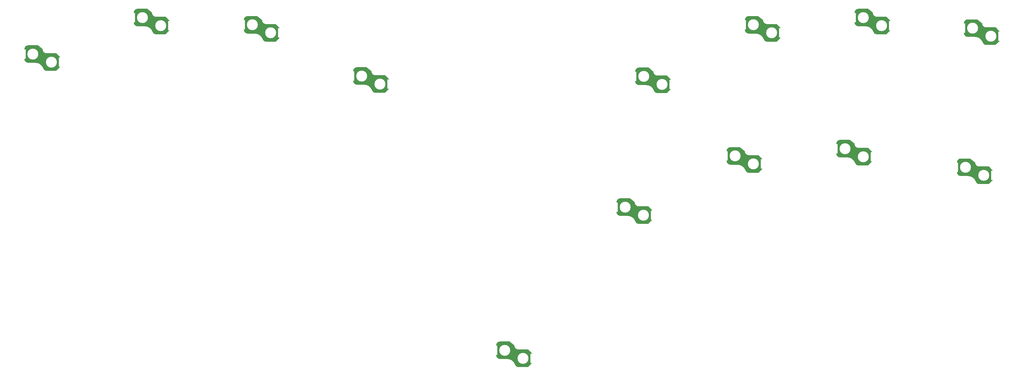
<source format=gbo>
G04 #@! TF.GenerationSoftware,KiCad,Pcbnew,7.0.5*
G04 #@! TF.CreationDate,2023-09-08T18:01:39-04:00*
G04 #@! TF.ProjectId,Rory Hitbox Full Pcb,526f7279-2048-4697-9462-6f782046756c,rev?*
G04 #@! TF.SameCoordinates,Original*
G04 #@! TF.FileFunction,Legend,Bot*
G04 #@! TF.FilePolarity,Positive*
%FSLAX46Y46*%
G04 Gerber Fmt 4.6, Leading zero omitted, Abs format (unit mm)*
G04 Created by KiCad (PCBNEW 7.0.5) date 2023-09-08 18:01:39*
%MOMM*%
%LPD*%
G01*
G04 APERTURE LIST*
%ADD10C,0.150000*%
%ADD11C,0.120000*%
%ADD12C,2.500000*%
%ADD13R,2.000000X2.000000*%
%ADD14C,2.000000*%
%ADD15C,1.700000*%
%ADD16R,1.700000X1.700000*%
%ADD17C,3.000000*%
%ADD18O,2.200000X1.500000*%
%ADD19R,2.600000X2.600000*%
%ADD20C,6.400000*%
%ADD21C,1.400000*%
%ADD22O,1.400000X1.400000*%
%ADD23C,0.650000*%
%ADD24O,1.000000X2.100000*%
%ADD25O,1.000000X1.600000*%
%ADD26C,1.700022*%
%ADD27C,1.499997*%
%ADD28R,1.499997X1.499997*%
G04 APERTURE END LIST*
D10*
X603850000Y-75100000D02*
X603850000Y-71500000D01*
X604000000Y-75300000D02*
X604000000Y-71300000D01*
X604150000Y-75400000D02*
X604150000Y-71200000D01*
X604300000Y-75500000D02*
X604300000Y-71100000D01*
X604450000Y-75550000D02*
X604450000Y-71050000D01*
X604600000Y-75600000D02*
X604600000Y-71050000D01*
X604750000Y-75600000D02*
X604750000Y-71000000D01*
X604900000Y-75600000D02*
X604900000Y-71000000D01*
X605050000Y-75600000D02*
X605050000Y-71000000D01*
X605200000Y-75600000D02*
X605200000Y-71000000D01*
X605350000Y-75600000D02*
X605350000Y-71000000D01*
X605500000Y-75600000D02*
X605500000Y-71000000D01*
X605650000Y-75600000D02*
X605650000Y-71000000D01*
X605800000Y-75600000D02*
X605800000Y-71000000D01*
X605950000Y-75600000D02*
X605950000Y-71000000D01*
X606100000Y-75600000D02*
X606100000Y-71000000D01*
X606250000Y-75600000D02*
X606250000Y-71000000D01*
D11*
X606350000Y-75500000D02*
X606350000Y-71000000D01*
D10*
X606400000Y-75600000D02*
X606400000Y-71000000D01*
X606550000Y-75600000D02*
X606550000Y-71000000D01*
X606700000Y-75600000D02*
X606700000Y-71000000D01*
X606700000Y-75625000D02*
X604725000Y-75625000D01*
X606850000Y-75600000D02*
X606850000Y-71050000D01*
X607000000Y-75650000D02*
X607000000Y-71000000D01*
X607150000Y-75650000D02*
X607150000Y-71000000D01*
X607275000Y-70975000D02*
X604725000Y-70975000D01*
X607275000Y-70975000D02*
X608550000Y-72000000D01*
X607300000Y-75650000D02*
X607300000Y-71050000D01*
X607450000Y-75700000D02*
X607450000Y-71150000D01*
X607600000Y-75800000D02*
X607600000Y-71250000D01*
X607750000Y-75850000D02*
X607750000Y-71400000D01*
X607900000Y-75950000D02*
X607900000Y-71500000D01*
X608050000Y-76050000D02*
X608050000Y-71650000D01*
X608200000Y-76150000D02*
X608200000Y-71750000D01*
X608350000Y-76300000D02*
X608350000Y-71850000D01*
X608500000Y-76450000D02*
X608500000Y-72000000D01*
X608600000Y-76650000D02*
X608600000Y-72500000D01*
X608700000Y-76800000D02*
X608700000Y-72650000D01*
X608800000Y-77000000D02*
X608800000Y-72850000D01*
X608900000Y-77150000D02*
X608900000Y-72950000D01*
X609000000Y-77400000D02*
X609000000Y-73000000D01*
X609100000Y-77550000D02*
X609100000Y-73050000D01*
D11*
X609200000Y-73200000D02*
X606350000Y-75500000D01*
X609200000Y-77550000D02*
X609200000Y-73200000D01*
D10*
X609250000Y-77650000D02*
X609250000Y-73100000D01*
X609400000Y-77750000D02*
X609400000Y-73200000D01*
X609550000Y-77800000D02*
X609550000Y-73200000D01*
X609700000Y-77800000D02*
X609700000Y-73200000D01*
X609850000Y-77800000D02*
X609850000Y-73250000D01*
X610000000Y-77800000D02*
X610000000Y-73200000D01*
X610150000Y-77800000D02*
X610150000Y-73200000D01*
X610300000Y-77800000D02*
X610300000Y-73200000D01*
X610450000Y-77800000D02*
X610450000Y-73200000D01*
X610600000Y-77800000D02*
X610600000Y-73200000D01*
X610750000Y-77800000D02*
X610750000Y-73200000D01*
X610900000Y-77800000D02*
X610900000Y-73200000D01*
X611050000Y-77800000D02*
X611050000Y-73200000D01*
X611200000Y-77800000D02*
X611200000Y-73200000D01*
X611350000Y-77800000D02*
X611350000Y-73200000D01*
X611500000Y-77800000D02*
X611500000Y-73200000D01*
X611650000Y-77800000D02*
X611650000Y-73200000D01*
X611800000Y-77800000D02*
X611800000Y-73200000D01*
D11*
X611900000Y-73250000D02*
X609200000Y-77550000D01*
X611900000Y-77700000D02*
X611900000Y-73250000D01*
D10*
X611950000Y-77800000D02*
X611950000Y-73200000D01*
X612100000Y-77800000D02*
X612100000Y-73200000D01*
X612250000Y-77800000D02*
X612250000Y-73200000D01*
X612300000Y-73175000D02*
X609725000Y-73175000D01*
X612300000Y-73175000D02*
X613325000Y-74200000D01*
X612300000Y-77825000D02*
X609700000Y-77825000D01*
X612300000Y-77825000D02*
X613325000Y-76800000D01*
X612400000Y-77700000D02*
X612400000Y-73300000D01*
X612550000Y-77550000D02*
X612550000Y-73450000D01*
X612700000Y-77400000D02*
X612700000Y-73600000D01*
X612850000Y-77250000D02*
X612850000Y-73750000D01*
X612950000Y-77150000D02*
X612950000Y-73850000D01*
X613050000Y-77050000D02*
X613050000Y-73950000D01*
X613150000Y-76950000D02*
X613150000Y-74050000D01*
X613300000Y-74175000D02*
X613300000Y-76825000D01*
X604725000Y-70975000D02*
G75*
G03*
X603725000Y-71975000I-1J-999999D01*
G01*
X603725000Y-74625000D02*
G75*
G03*
X604725000Y-75625000I999999J-1D01*
G01*
X608837801Y-77121904D02*
G75*
G03*
X606700000Y-75625000I-2137802J-778098D01*
G01*
X608837802Y-77121904D02*
G75*
G03*
X609699005Y-77823790I899999J225000D01*
G01*
X608550000Y-72000000D02*
G75*
G03*
X609725000Y-73175000I1175002J2D01*
G01*
X406950000Y-74200000D02*
X406950000Y-70600000D01*
X407100000Y-74400000D02*
X407100000Y-70400000D01*
X407250000Y-74500000D02*
X407250000Y-70300000D01*
X407400000Y-74600000D02*
X407400000Y-70200000D01*
X407550000Y-74650000D02*
X407550000Y-70150000D01*
X407700000Y-74700000D02*
X407700000Y-70150000D01*
X407850000Y-74700000D02*
X407850000Y-70100000D01*
X408000000Y-74700000D02*
X408000000Y-70100000D01*
X408150000Y-74700000D02*
X408150000Y-70100000D01*
X408300000Y-74700000D02*
X408300000Y-70100000D01*
X408450000Y-74700000D02*
X408450000Y-70100000D01*
X408600000Y-74700000D02*
X408600000Y-70100000D01*
X408750000Y-74700000D02*
X408750000Y-70100000D01*
X408900000Y-74700000D02*
X408900000Y-70100000D01*
X409050000Y-74700000D02*
X409050000Y-70100000D01*
X409200000Y-74700000D02*
X409200000Y-70100000D01*
X409350000Y-74700000D02*
X409350000Y-70100000D01*
D11*
X409450000Y-74600000D02*
X409450000Y-70100000D01*
D10*
X409500000Y-74700000D02*
X409500000Y-70100000D01*
X409650000Y-74700000D02*
X409650000Y-70100000D01*
X409800000Y-74700000D02*
X409800000Y-70100000D01*
X409800000Y-74725000D02*
X407825000Y-74725000D01*
X409950000Y-74700000D02*
X409950000Y-70150000D01*
X410100000Y-74750000D02*
X410100000Y-70100000D01*
X410250000Y-74750000D02*
X410250000Y-70100000D01*
X410375000Y-70075000D02*
X407825000Y-70075000D01*
X410375000Y-70075000D02*
X411650000Y-71100000D01*
X410400000Y-74750000D02*
X410400000Y-70150000D01*
X410550000Y-74800000D02*
X410550000Y-70250000D01*
X410700000Y-74900000D02*
X410700000Y-70350000D01*
X410850000Y-74950000D02*
X410850000Y-70500000D01*
X411000000Y-75050000D02*
X411000000Y-70600000D01*
X411150000Y-75150000D02*
X411150000Y-70750000D01*
X411300000Y-75250000D02*
X411300000Y-70850000D01*
X411450000Y-75400000D02*
X411450000Y-70950000D01*
X411600000Y-75550000D02*
X411600000Y-71100000D01*
X411700000Y-75750000D02*
X411700000Y-71600000D01*
X411800000Y-75900000D02*
X411800000Y-71750000D01*
X411900000Y-76100000D02*
X411900000Y-71950000D01*
X412000000Y-76250000D02*
X412000000Y-72050000D01*
X412100000Y-76500000D02*
X412100000Y-72100000D01*
X412200000Y-76650000D02*
X412200000Y-72150000D01*
D11*
X412300000Y-72300000D02*
X409450000Y-74600000D01*
X412300000Y-76650000D02*
X412300000Y-72300000D01*
D10*
X412350000Y-76750000D02*
X412350000Y-72200000D01*
X412500000Y-76850000D02*
X412500000Y-72300000D01*
X412650000Y-76900000D02*
X412650000Y-72300000D01*
X412800000Y-76900000D02*
X412800000Y-72300000D01*
X412950000Y-76900000D02*
X412950000Y-72350000D01*
X413100000Y-76900000D02*
X413100000Y-72300000D01*
X413250000Y-76900000D02*
X413250000Y-72300000D01*
X413400000Y-76900000D02*
X413400000Y-72300000D01*
X413550000Y-76900000D02*
X413550000Y-72300000D01*
X413700000Y-76900000D02*
X413700000Y-72300000D01*
X413850000Y-76900000D02*
X413850000Y-72300000D01*
X414000000Y-76900000D02*
X414000000Y-72300000D01*
X414150000Y-76900000D02*
X414150000Y-72300000D01*
X414300000Y-76900000D02*
X414300000Y-72300000D01*
X414450000Y-76900000D02*
X414450000Y-72300000D01*
X414600000Y-76900000D02*
X414600000Y-72300000D01*
X414750000Y-76900000D02*
X414750000Y-72300000D01*
X414900000Y-76900000D02*
X414900000Y-72300000D01*
D11*
X415000000Y-72350000D02*
X412300000Y-76650000D01*
X415000000Y-76800000D02*
X415000000Y-72350000D01*
D10*
X415050000Y-76900000D02*
X415050000Y-72300000D01*
X415200000Y-76900000D02*
X415200000Y-72300000D01*
X415350000Y-76900000D02*
X415350000Y-72300000D01*
X415400000Y-72275000D02*
X412825000Y-72275000D01*
X415400000Y-72275000D02*
X416425000Y-73300000D01*
X415400000Y-76925000D02*
X412800000Y-76925000D01*
X415400000Y-76925000D02*
X416425000Y-75900000D01*
X415500000Y-76800000D02*
X415500000Y-72400000D01*
X415650000Y-76650000D02*
X415650000Y-72550000D01*
X415800000Y-76500000D02*
X415800000Y-72700000D01*
X415950000Y-76350000D02*
X415950000Y-72850000D01*
X416050000Y-76250000D02*
X416050000Y-72950000D01*
X416150000Y-76150000D02*
X416150000Y-73050000D01*
X416250000Y-76050000D02*
X416250000Y-73150000D01*
X416400000Y-73275000D02*
X416400000Y-75925000D01*
X407825000Y-70075000D02*
G75*
G03*
X406825000Y-71075000I-1J-999999D01*
G01*
X406825000Y-73725000D02*
G75*
G03*
X407825000Y-74725000I999999J-1D01*
G01*
X411937801Y-76221904D02*
G75*
G03*
X409800000Y-74725000I-2137802J-778098D01*
G01*
X411937802Y-76221904D02*
G75*
G03*
X412799005Y-76923790I899999J225000D01*
G01*
X411650000Y-71100000D02*
G75*
G03*
X412825000Y-72275000I1175002J2D01*
G01*
X508850000Y-124100000D02*
X508850000Y-120500000D01*
X509000000Y-124300000D02*
X509000000Y-120300000D01*
X509150000Y-124400000D02*
X509150000Y-120200000D01*
X509300000Y-124500000D02*
X509300000Y-120100000D01*
X509450000Y-124550000D02*
X509450000Y-120050000D01*
X509600000Y-124600000D02*
X509600000Y-120050000D01*
X509750000Y-124600000D02*
X509750000Y-120000000D01*
X509900000Y-124600000D02*
X509900000Y-120000000D01*
X510050000Y-124600000D02*
X510050000Y-120000000D01*
X510200000Y-124600000D02*
X510200000Y-120000000D01*
X510350000Y-124600000D02*
X510350000Y-120000000D01*
X510500000Y-124600000D02*
X510500000Y-120000000D01*
X510650000Y-124600000D02*
X510650000Y-120000000D01*
X510800000Y-124600000D02*
X510800000Y-120000000D01*
X510950000Y-124600000D02*
X510950000Y-120000000D01*
X511100000Y-124600000D02*
X511100000Y-120000000D01*
X511250000Y-124600000D02*
X511250000Y-120000000D01*
D11*
X511350000Y-124500000D02*
X511350000Y-120000000D01*
D10*
X511400000Y-124600000D02*
X511400000Y-120000000D01*
X511550000Y-124600000D02*
X511550000Y-120000000D01*
X511700000Y-124600000D02*
X511700000Y-120000000D01*
X511700000Y-124625000D02*
X509725000Y-124625000D01*
X511850000Y-124600000D02*
X511850000Y-120050000D01*
X512000000Y-124650000D02*
X512000000Y-120000000D01*
X512150000Y-124650000D02*
X512150000Y-120000000D01*
X512275000Y-119975000D02*
X509725000Y-119975000D01*
X512275000Y-119975000D02*
X513550000Y-121000000D01*
X512300000Y-124650000D02*
X512300000Y-120050000D01*
X512450000Y-124700000D02*
X512450000Y-120150000D01*
X512600000Y-124800000D02*
X512600000Y-120250000D01*
X512750000Y-124850000D02*
X512750000Y-120400000D01*
X512900000Y-124950000D02*
X512900000Y-120500000D01*
X513050000Y-125050000D02*
X513050000Y-120650000D01*
X513200000Y-125150000D02*
X513200000Y-120750000D01*
X513350000Y-125300000D02*
X513350000Y-120850000D01*
X513500000Y-125450000D02*
X513500000Y-121000000D01*
X513600000Y-125650000D02*
X513600000Y-121500000D01*
X513700000Y-125800000D02*
X513700000Y-121650000D01*
X513800000Y-126000000D02*
X513800000Y-121850000D01*
X513900000Y-126150000D02*
X513900000Y-121950000D01*
X514000000Y-126400000D02*
X514000000Y-122000000D01*
X514100000Y-126550000D02*
X514100000Y-122050000D01*
D11*
X514200000Y-122200000D02*
X511350000Y-124500000D01*
X514200000Y-126550000D02*
X514200000Y-122200000D01*
D10*
X514250000Y-126650000D02*
X514250000Y-122100000D01*
X514400000Y-126750000D02*
X514400000Y-122200000D01*
X514550000Y-126800000D02*
X514550000Y-122200000D01*
X514700000Y-126800000D02*
X514700000Y-122200000D01*
X514850000Y-126800000D02*
X514850000Y-122250000D01*
X515000000Y-126800000D02*
X515000000Y-122200000D01*
X515150000Y-126800000D02*
X515150000Y-122200000D01*
X515300000Y-126800000D02*
X515300000Y-122200000D01*
X515450000Y-126800000D02*
X515450000Y-122200000D01*
X515600000Y-126800000D02*
X515600000Y-122200000D01*
X515750000Y-126800000D02*
X515750000Y-122200000D01*
X515900000Y-126800000D02*
X515900000Y-122200000D01*
X516050000Y-126800000D02*
X516050000Y-122200000D01*
X516200000Y-126800000D02*
X516200000Y-122200000D01*
X516350000Y-126800000D02*
X516350000Y-122200000D01*
X516500000Y-126800000D02*
X516500000Y-122200000D01*
X516650000Y-126800000D02*
X516650000Y-122200000D01*
X516800000Y-126800000D02*
X516800000Y-122200000D01*
D11*
X516900000Y-122250000D02*
X514200000Y-126550000D01*
X516900000Y-126700000D02*
X516900000Y-122250000D01*
D10*
X516950000Y-126800000D02*
X516950000Y-122200000D01*
X517100000Y-126800000D02*
X517100000Y-122200000D01*
X517250000Y-126800000D02*
X517250000Y-122200000D01*
X517300000Y-122175000D02*
X514725000Y-122175000D01*
X517300000Y-122175000D02*
X518325000Y-123200000D01*
X517300000Y-126825000D02*
X514700000Y-126825000D01*
X517300000Y-126825000D02*
X518325000Y-125800000D01*
X517400000Y-126700000D02*
X517400000Y-122300000D01*
X517550000Y-126550000D02*
X517550000Y-122450000D01*
X517700000Y-126400000D02*
X517700000Y-122600000D01*
X517850000Y-126250000D02*
X517850000Y-122750000D01*
X517950000Y-126150000D02*
X517950000Y-122850000D01*
X518050000Y-126050000D02*
X518050000Y-122950000D01*
X518150000Y-125950000D02*
X518150000Y-123050000D01*
X518300000Y-123175000D02*
X518300000Y-125825000D01*
X509725000Y-119975000D02*
G75*
G03*
X508725000Y-120975000I-1J-999999D01*
G01*
X508725000Y-123625000D02*
G75*
G03*
X509725000Y-124625000I999999J-1D01*
G01*
X513837801Y-126121904D02*
G75*
G03*
X511700000Y-124625000I-2137802J-778098D01*
G01*
X513837802Y-126121904D02*
G75*
G03*
X514699005Y-126823790I899999J225000D01*
G01*
X513550000Y-121000000D02*
G75*
G03*
X514725000Y-122175000I1175002J2D01*
G01*
X346950000Y-82200000D02*
X346950000Y-78600000D01*
X347100000Y-82400000D02*
X347100000Y-78400000D01*
X347250000Y-82500000D02*
X347250000Y-78300000D01*
X347400000Y-82600000D02*
X347400000Y-78200000D01*
X347550000Y-82650000D02*
X347550000Y-78150000D01*
X347700000Y-82700000D02*
X347700000Y-78150000D01*
X347850000Y-82700000D02*
X347850000Y-78100000D01*
X348000000Y-82700000D02*
X348000000Y-78100000D01*
X348150000Y-82700000D02*
X348150000Y-78100000D01*
X348300000Y-82700000D02*
X348300000Y-78100000D01*
X348450000Y-82700000D02*
X348450000Y-78100000D01*
X348600000Y-82700000D02*
X348600000Y-78100000D01*
X348750000Y-82700000D02*
X348750000Y-78100000D01*
X348900000Y-82700000D02*
X348900000Y-78100000D01*
X349050000Y-82700000D02*
X349050000Y-78100000D01*
X349200000Y-82700000D02*
X349200000Y-78100000D01*
X349350000Y-82700000D02*
X349350000Y-78100000D01*
D11*
X349450000Y-82600000D02*
X349450000Y-78100000D01*
D10*
X349500000Y-82700000D02*
X349500000Y-78100000D01*
X349650000Y-82700000D02*
X349650000Y-78100000D01*
X349800000Y-82700000D02*
X349800000Y-78100000D01*
X349800000Y-82725000D02*
X347825000Y-82725000D01*
X349950000Y-82700000D02*
X349950000Y-78150000D01*
X350100000Y-82750000D02*
X350100000Y-78100000D01*
X350250000Y-82750000D02*
X350250000Y-78100000D01*
X350375000Y-78075000D02*
X347825000Y-78075000D01*
X350375000Y-78075000D02*
X351650000Y-79100000D01*
X350400000Y-82750000D02*
X350400000Y-78150000D01*
X350550000Y-82800000D02*
X350550000Y-78250000D01*
X350700000Y-82900000D02*
X350700000Y-78350000D01*
X350850000Y-82950000D02*
X350850000Y-78500000D01*
X351000000Y-83050000D02*
X351000000Y-78600000D01*
X351150000Y-83150000D02*
X351150000Y-78750000D01*
X351300000Y-83250000D02*
X351300000Y-78850000D01*
X351450000Y-83400000D02*
X351450000Y-78950000D01*
X351600000Y-83550000D02*
X351600000Y-79100000D01*
X351700000Y-83750000D02*
X351700000Y-79600000D01*
X351800000Y-83900000D02*
X351800000Y-79750000D01*
X351900000Y-84100000D02*
X351900000Y-79950000D01*
X352000000Y-84250000D02*
X352000000Y-80050000D01*
X352100000Y-84500000D02*
X352100000Y-80100000D01*
X352200000Y-84650000D02*
X352200000Y-80150000D01*
D11*
X352300000Y-80300000D02*
X349450000Y-82600000D01*
X352300000Y-84650000D02*
X352300000Y-80300000D01*
D10*
X352350000Y-84750000D02*
X352350000Y-80200000D01*
X352500000Y-84850000D02*
X352500000Y-80300000D01*
X352650000Y-84900000D02*
X352650000Y-80300000D01*
X352800000Y-84900000D02*
X352800000Y-80300000D01*
X352950000Y-84900000D02*
X352950000Y-80350000D01*
X353100000Y-84900000D02*
X353100000Y-80300000D01*
X353250000Y-84900000D02*
X353250000Y-80300000D01*
X353400000Y-84900000D02*
X353400000Y-80300000D01*
X353550000Y-84900000D02*
X353550000Y-80300000D01*
X353700000Y-84900000D02*
X353700000Y-80300000D01*
X353850000Y-84900000D02*
X353850000Y-80300000D01*
X354000000Y-84900000D02*
X354000000Y-80300000D01*
X354150000Y-84900000D02*
X354150000Y-80300000D01*
X354300000Y-84900000D02*
X354300000Y-80300000D01*
X354450000Y-84900000D02*
X354450000Y-80300000D01*
X354600000Y-84900000D02*
X354600000Y-80300000D01*
X354750000Y-84900000D02*
X354750000Y-80300000D01*
X354900000Y-84900000D02*
X354900000Y-80300000D01*
D11*
X355000000Y-80350000D02*
X352300000Y-84650000D01*
X355000000Y-84800000D02*
X355000000Y-80350000D01*
D10*
X355050000Y-84900000D02*
X355050000Y-80300000D01*
X355200000Y-84900000D02*
X355200000Y-80300000D01*
X355350000Y-84900000D02*
X355350000Y-80300000D01*
X355400000Y-80275000D02*
X352825000Y-80275000D01*
X355400000Y-80275000D02*
X356425000Y-81300000D01*
X355400000Y-84925000D02*
X352800000Y-84925000D01*
X355400000Y-84925000D02*
X356425000Y-83900000D01*
X355500000Y-84800000D02*
X355500000Y-80400000D01*
X355650000Y-84650000D02*
X355650000Y-80550000D01*
X355800000Y-84500000D02*
X355800000Y-80700000D01*
X355950000Y-84350000D02*
X355950000Y-80850000D01*
X356050000Y-84250000D02*
X356050000Y-80950000D01*
X356150000Y-84150000D02*
X356150000Y-81050000D01*
X356250000Y-84050000D02*
X356250000Y-81150000D01*
X356400000Y-81275000D02*
X356400000Y-83925000D01*
X347825000Y-78075000D02*
G75*
G03*
X346825000Y-79075000I-1J-999999D01*
G01*
X346825000Y-81725000D02*
G75*
G03*
X347825000Y-82725000I999999J-1D01*
G01*
X351937801Y-84221904D02*
G75*
G03*
X349800000Y-82725000I-2137802J-778098D01*
G01*
X351937802Y-84221904D02*
G75*
G03*
X352799005Y-84923790I899999J225000D01*
G01*
X351650000Y-79100000D02*
G75*
G03*
X352825000Y-80275000I1175002J2D01*
G01*
X480650000Y-160200000D02*
G75*
G03*
X481825000Y-161375000I1175002J2D01*
G01*
X480937802Y-165321904D02*
G75*
G03*
X481799005Y-166023790I899999J225000D01*
G01*
X480937801Y-165321904D02*
G75*
G03*
X478800000Y-163825000I-2137802J-778098D01*
G01*
X475825000Y-162825000D02*
G75*
G03*
X476825000Y-163825000I999999J-1D01*
G01*
X476825000Y-159175000D02*
G75*
G03*
X475825000Y-160175000I-1J-999999D01*
G01*
X485400000Y-162375000D02*
X485400000Y-165025000D01*
X485250000Y-165150000D02*
X485250000Y-162250000D01*
X485150000Y-165250000D02*
X485150000Y-162150000D01*
X485050000Y-165350000D02*
X485050000Y-162050000D01*
X484950000Y-165450000D02*
X484950000Y-161950000D01*
X484800000Y-165600000D02*
X484800000Y-161800000D01*
X484650000Y-165750000D02*
X484650000Y-161650000D01*
X484500000Y-165900000D02*
X484500000Y-161500000D01*
X484400000Y-166025000D02*
X485425000Y-165000000D01*
X484400000Y-166025000D02*
X481800000Y-166025000D01*
X484400000Y-161375000D02*
X485425000Y-162400000D01*
X484400000Y-161375000D02*
X481825000Y-161375000D01*
X484350000Y-166000000D02*
X484350000Y-161400000D01*
X484200000Y-166000000D02*
X484200000Y-161400000D01*
X484050000Y-166000000D02*
X484050000Y-161400000D01*
D11*
X484000000Y-165900000D02*
X484000000Y-161450000D01*
X484000000Y-161450000D02*
X481300000Y-165750000D01*
D10*
X483900000Y-166000000D02*
X483900000Y-161400000D01*
X483750000Y-166000000D02*
X483750000Y-161400000D01*
X483600000Y-166000000D02*
X483600000Y-161400000D01*
X483450000Y-166000000D02*
X483450000Y-161400000D01*
X483300000Y-166000000D02*
X483300000Y-161400000D01*
X483150000Y-166000000D02*
X483150000Y-161400000D01*
X483000000Y-166000000D02*
X483000000Y-161400000D01*
X482850000Y-166000000D02*
X482850000Y-161400000D01*
X482700000Y-166000000D02*
X482700000Y-161400000D01*
X482550000Y-166000000D02*
X482550000Y-161400000D01*
X482400000Y-166000000D02*
X482400000Y-161400000D01*
X482250000Y-166000000D02*
X482250000Y-161400000D01*
X482100000Y-166000000D02*
X482100000Y-161400000D01*
X481950000Y-166000000D02*
X481950000Y-161450000D01*
X481800000Y-166000000D02*
X481800000Y-161400000D01*
X481650000Y-166000000D02*
X481650000Y-161400000D01*
X481500000Y-165950000D02*
X481500000Y-161400000D01*
X481350000Y-165850000D02*
X481350000Y-161300000D01*
D11*
X481300000Y-165750000D02*
X481300000Y-161400000D01*
X481300000Y-161400000D02*
X478450000Y-163700000D01*
D10*
X481200000Y-165750000D02*
X481200000Y-161250000D01*
X481100000Y-165600000D02*
X481100000Y-161200000D01*
X481000000Y-165350000D02*
X481000000Y-161150000D01*
X480900000Y-165200000D02*
X480900000Y-161050000D01*
X480800000Y-165000000D02*
X480800000Y-160850000D01*
X480700000Y-164850000D02*
X480700000Y-160700000D01*
X480600000Y-164650000D02*
X480600000Y-160200000D01*
X480450000Y-164500000D02*
X480450000Y-160050000D01*
X480300000Y-164350000D02*
X480300000Y-159950000D01*
X480150000Y-164250000D02*
X480150000Y-159850000D01*
X480000000Y-164150000D02*
X480000000Y-159700000D01*
X479850000Y-164050000D02*
X479850000Y-159600000D01*
X479700000Y-164000000D02*
X479700000Y-159450000D01*
X479550000Y-163900000D02*
X479550000Y-159350000D01*
X479400000Y-163850000D02*
X479400000Y-159250000D01*
X479375000Y-159175000D02*
X480650000Y-160200000D01*
X479375000Y-159175000D02*
X476825000Y-159175000D01*
X479250000Y-163850000D02*
X479250000Y-159200000D01*
X479100000Y-163850000D02*
X479100000Y-159200000D01*
X478950000Y-163800000D02*
X478950000Y-159250000D01*
X478800000Y-163825000D02*
X476825000Y-163825000D01*
X478800000Y-163800000D02*
X478800000Y-159200000D01*
X478650000Y-163800000D02*
X478650000Y-159200000D01*
X478500000Y-163800000D02*
X478500000Y-159200000D01*
D11*
X478450000Y-163700000D02*
X478450000Y-159200000D01*
D10*
X478350000Y-163800000D02*
X478350000Y-159200000D01*
X478200000Y-163800000D02*
X478200000Y-159200000D01*
X478050000Y-163800000D02*
X478050000Y-159200000D01*
X477900000Y-163800000D02*
X477900000Y-159200000D01*
X477750000Y-163800000D02*
X477750000Y-159200000D01*
X477600000Y-163800000D02*
X477600000Y-159200000D01*
X477450000Y-163800000D02*
X477450000Y-159200000D01*
X477300000Y-163800000D02*
X477300000Y-159200000D01*
X477150000Y-163800000D02*
X477150000Y-159200000D01*
X477000000Y-163800000D02*
X477000000Y-159200000D01*
X476850000Y-163800000D02*
X476850000Y-159200000D01*
X476700000Y-163800000D02*
X476700000Y-159250000D01*
X476550000Y-163750000D02*
X476550000Y-159250000D01*
X476400000Y-163700000D02*
X476400000Y-159300000D01*
X476250000Y-163600000D02*
X476250000Y-159400000D01*
X476100000Y-163500000D02*
X476100000Y-159500000D01*
X475950000Y-163300000D02*
X475950000Y-159700000D01*
X568950000Y-108100000D02*
X568950000Y-104500000D01*
X569100000Y-108300000D02*
X569100000Y-104300000D01*
X569250000Y-108400000D02*
X569250000Y-104200000D01*
X569400000Y-108500000D02*
X569400000Y-104100000D01*
X569550000Y-108550000D02*
X569550000Y-104050000D01*
X569700000Y-108600000D02*
X569700000Y-104050000D01*
X569850000Y-108600000D02*
X569850000Y-104000000D01*
X570000000Y-108600000D02*
X570000000Y-104000000D01*
X570150000Y-108600000D02*
X570150000Y-104000000D01*
X570300000Y-108600000D02*
X570300000Y-104000000D01*
X570450000Y-108600000D02*
X570450000Y-104000000D01*
X570600000Y-108600000D02*
X570600000Y-104000000D01*
X570750000Y-108600000D02*
X570750000Y-104000000D01*
X570900000Y-108600000D02*
X570900000Y-104000000D01*
X571050000Y-108600000D02*
X571050000Y-104000000D01*
X571200000Y-108600000D02*
X571200000Y-104000000D01*
X571350000Y-108600000D02*
X571350000Y-104000000D01*
D11*
X571450000Y-108500000D02*
X571450000Y-104000000D01*
D10*
X571500000Y-108600000D02*
X571500000Y-104000000D01*
X571650000Y-108600000D02*
X571650000Y-104000000D01*
X571800000Y-108600000D02*
X571800000Y-104000000D01*
X571800000Y-108625000D02*
X569825000Y-108625000D01*
X571950000Y-108600000D02*
X571950000Y-104050000D01*
X572100000Y-108650000D02*
X572100000Y-104000000D01*
X572250000Y-108650000D02*
X572250000Y-104000000D01*
X572375000Y-103975000D02*
X569825000Y-103975000D01*
X572375000Y-103975000D02*
X573650000Y-105000000D01*
X572400000Y-108650000D02*
X572400000Y-104050000D01*
X572550000Y-108700000D02*
X572550000Y-104150000D01*
X572700000Y-108800000D02*
X572700000Y-104250000D01*
X572850000Y-108850000D02*
X572850000Y-104400000D01*
X573000000Y-108950000D02*
X573000000Y-104500000D01*
X573150000Y-109050000D02*
X573150000Y-104650000D01*
X573300000Y-109150000D02*
X573300000Y-104750000D01*
X573450000Y-109300000D02*
X573450000Y-104850000D01*
X573600000Y-109450000D02*
X573600000Y-105000000D01*
X573700000Y-109650000D02*
X573700000Y-105500000D01*
X573800000Y-109800000D02*
X573800000Y-105650000D01*
X573900000Y-110000000D02*
X573900000Y-105850000D01*
X574000000Y-110150000D02*
X574000000Y-105950000D01*
X574100000Y-110400000D02*
X574100000Y-106000000D01*
X574200000Y-110550000D02*
X574200000Y-106050000D01*
D11*
X574300000Y-106200000D02*
X571450000Y-108500000D01*
X574300000Y-110550000D02*
X574300000Y-106200000D01*
D10*
X574350000Y-110650000D02*
X574350000Y-106100000D01*
X574500000Y-110750000D02*
X574500000Y-106200000D01*
X574650000Y-110800000D02*
X574650000Y-106200000D01*
X574800000Y-110800000D02*
X574800000Y-106200000D01*
X574950000Y-110800000D02*
X574950000Y-106250000D01*
X575100000Y-110800000D02*
X575100000Y-106200000D01*
X575250000Y-110800000D02*
X575250000Y-106200000D01*
X575400000Y-110800000D02*
X575400000Y-106200000D01*
X575550000Y-110800000D02*
X575550000Y-106200000D01*
X575700000Y-110800000D02*
X575700000Y-106200000D01*
X575850000Y-110800000D02*
X575850000Y-106200000D01*
X576000000Y-110800000D02*
X576000000Y-106200000D01*
X576150000Y-110800000D02*
X576150000Y-106200000D01*
X576300000Y-110800000D02*
X576300000Y-106200000D01*
X576450000Y-110800000D02*
X576450000Y-106200000D01*
X576600000Y-110800000D02*
X576600000Y-106200000D01*
X576750000Y-110800000D02*
X576750000Y-106200000D01*
X576900000Y-110800000D02*
X576900000Y-106200000D01*
D11*
X577000000Y-106250000D02*
X574300000Y-110550000D01*
X577000000Y-110700000D02*
X577000000Y-106250000D01*
D10*
X577050000Y-110800000D02*
X577050000Y-106200000D01*
X577200000Y-110800000D02*
X577200000Y-106200000D01*
X577350000Y-110800000D02*
X577350000Y-106200000D01*
X577400000Y-106175000D02*
X574825000Y-106175000D01*
X577400000Y-106175000D02*
X578425000Y-107200000D01*
X577400000Y-110825000D02*
X574800000Y-110825000D01*
X577400000Y-110825000D02*
X578425000Y-109800000D01*
X577500000Y-110700000D02*
X577500000Y-106300000D01*
X577650000Y-110550000D02*
X577650000Y-106450000D01*
X577800000Y-110400000D02*
X577800000Y-106600000D01*
X577950000Y-110250000D02*
X577950000Y-106750000D01*
X578050000Y-110150000D02*
X578050000Y-106850000D01*
X578150000Y-110050000D02*
X578150000Y-106950000D01*
X578250000Y-109950000D02*
X578250000Y-107050000D01*
X578400000Y-107175000D02*
X578400000Y-109825000D01*
X569825000Y-103975000D02*
G75*
G03*
X568825000Y-104975000I-1J-999999D01*
G01*
X568825000Y-107625000D02*
G75*
G03*
X569825000Y-108625000I999999J-1D01*
G01*
X573937801Y-110121904D02*
G75*
G03*
X571800000Y-108625000I-2137802J-778098D01*
G01*
X573937802Y-110121904D02*
G75*
G03*
X574799005Y-110823790I899999J225000D01*
G01*
X573650000Y-105000000D02*
G75*
G03*
X574825000Y-106175000I1175002J2D01*
G01*
X543950000Y-74200000D02*
X543950000Y-70600000D01*
X544100000Y-74400000D02*
X544100000Y-70400000D01*
X544250000Y-74500000D02*
X544250000Y-70300000D01*
X544400000Y-74600000D02*
X544400000Y-70200000D01*
X544550000Y-74650000D02*
X544550000Y-70150000D01*
X544700000Y-74700000D02*
X544700000Y-70150000D01*
X544850000Y-74700000D02*
X544850000Y-70100000D01*
X545000000Y-74700000D02*
X545000000Y-70100000D01*
X545150000Y-74700000D02*
X545150000Y-70100000D01*
X545300000Y-74700000D02*
X545300000Y-70100000D01*
X545450000Y-74700000D02*
X545450000Y-70100000D01*
X545600000Y-74700000D02*
X545600000Y-70100000D01*
X545750000Y-74700000D02*
X545750000Y-70100000D01*
X545900000Y-74700000D02*
X545900000Y-70100000D01*
X546050000Y-74700000D02*
X546050000Y-70100000D01*
X546200000Y-74700000D02*
X546200000Y-70100000D01*
X546350000Y-74700000D02*
X546350000Y-70100000D01*
D11*
X546450000Y-74600000D02*
X546450000Y-70100000D01*
D10*
X546500000Y-74700000D02*
X546500000Y-70100000D01*
X546650000Y-74700000D02*
X546650000Y-70100000D01*
X546800000Y-74700000D02*
X546800000Y-70100000D01*
X546800000Y-74725000D02*
X544825000Y-74725000D01*
X546950000Y-74700000D02*
X546950000Y-70150000D01*
X547100000Y-74750000D02*
X547100000Y-70100000D01*
X547250000Y-74750000D02*
X547250000Y-70100000D01*
X547375000Y-70075000D02*
X544825000Y-70075000D01*
X547375000Y-70075000D02*
X548650000Y-71100000D01*
X547400000Y-74750000D02*
X547400000Y-70150000D01*
X547550000Y-74800000D02*
X547550000Y-70250000D01*
X547700000Y-74900000D02*
X547700000Y-70350000D01*
X547850000Y-74950000D02*
X547850000Y-70500000D01*
X548000000Y-75050000D02*
X548000000Y-70600000D01*
X548150000Y-75150000D02*
X548150000Y-70750000D01*
X548300000Y-75250000D02*
X548300000Y-70850000D01*
X548450000Y-75400000D02*
X548450000Y-70950000D01*
X548600000Y-75550000D02*
X548600000Y-71100000D01*
X548700000Y-75750000D02*
X548700000Y-71600000D01*
X548800000Y-75900000D02*
X548800000Y-71750000D01*
X548900000Y-76100000D02*
X548900000Y-71950000D01*
X549000000Y-76250000D02*
X549000000Y-72050000D01*
X549100000Y-76500000D02*
X549100000Y-72100000D01*
X549200000Y-76650000D02*
X549200000Y-72150000D01*
D11*
X549300000Y-72300000D02*
X546450000Y-74600000D01*
X549300000Y-76650000D02*
X549300000Y-72300000D01*
D10*
X549350000Y-76750000D02*
X549350000Y-72200000D01*
X549500000Y-76850000D02*
X549500000Y-72300000D01*
X549650000Y-76900000D02*
X549650000Y-72300000D01*
X549800000Y-76900000D02*
X549800000Y-72300000D01*
X549950000Y-76900000D02*
X549950000Y-72350000D01*
X550100000Y-76900000D02*
X550100000Y-72300000D01*
X550250000Y-76900000D02*
X550250000Y-72300000D01*
X550400000Y-76900000D02*
X550400000Y-72300000D01*
X550550000Y-76900000D02*
X550550000Y-72300000D01*
X550700000Y-76900000D02*
X550700000Y-72300000D01*
X550850000Y-76900000D02*
X550850000Y-72300000D01*
X551000000Y-76900000D02*
X551000000Y-72300000D01*
X551150000Y-76900000D02*
X551150000Y-72300000D01*
X551300000Y-76900000D02*
X551300000Y-72300000D01*
X551450000Y-76900000D02*
X551450000Y-72300000D01*
X551600000Y-76900000D02*
X551600000Y-72300000D01*
X551750000Y-76900000D02*
X551750000Y-72300000D01*
X551900000Y-76900000D02*
X551900000Y-72300000D01*
D11*
X552000000Y-72350000D02*
X549300000Y-76650000D01*
X552000000Y-76800000D02*
X552000000Y-72350000D01*
D10*
X552050000Y-76900000D02*
X552050000Y-72300000D01*
X552200000Y-76900000D02*
X552200000Y-72300000D01*
X552350000Y-76900000D02*
X552350000Y-72300000D01*
X552400000Y-72275000D02*
X549825000Y-72275000D01*
X552400000Y-72275000D02*
X553425000Y-73300000D01*
X552400000Y-76925000D02*
X549800000Y-76925000D01*
X552400000Y-76925000D02*
X553425000Y-75900000D01*
X552500000Y-76800000D02*
X552500000Y-72400000D01*
X552650000Y-76650000D02*
X552650000Y-72550000D01*
X552800000Y-76500000D02*
X552800000Y-72700000D01*
X552950000Y-76350000D02*
X552950000Y-72850000D01*
X553050000Y-76250000D02*
X553050000Y-72950000D01*
X553150000Y-76150000D02*
X553150000Y-73050000D01*
X553250000Y-76050000D02*
X553250000Y-73150000D01*
X553400000Y-73275000D02*
X553400000Y-75925000D01*
X544825000Y-70075000D02*
G75*
G03*
X543825000Y-71075000I-1J-999999D01*
G01*
X543825000Y-73725000D02*
G75*
G03*
X544825000Y-74725000I999999J-1D01*
G01*
X548937801Y-76221904D02*
G75*
G03*
X546800000Y-74725000I-2137802J-778098D01*
G01*
X548937802Y-76221904D02*
G75*
G03*
X549799005Y-76923790I899999J225000D01*
G01*
X548650000Y-71100000D02*
G75*
G03*
X549825000Y-72275000I1175002J2D01*
G01*
X376850000Y-72200000D02*
X376850000Y-68600000D01*
X377000000Y-72400000D02*
X377000000Y-68400000D01*
X377150000Y-72500000D02*
X377150000Y-68300000D01*
X377300000Y-72600000D02*
X377300000Y-68200000D01*
X377450000Y-72650000D02*
X377450000Y-68150000D01*
X377600000Y-72700000D02*
X377600000Y-68150000D01*
X377750000Y-72700000D02*
X377750000Y-68100000D01*
X377900000Y-72700000D02*
X377900000Y-68100000D01*
X378050000Y-72700000D02*
X378050000Y-68100000D01*
X378200000Y-72700000D02*
X378200000Y-68100000D01*
X378350000Y-72700000D02*
X378350000Y-68100000D01*
X378500000Y-72700000D02*
X378500000Y-68100000D01*
X378650000Y-72700000D02*
X378650000Y-68100000D01*
X378800000Y-72700000D02*
X378800000Y-68100000D01*
X378950000Y-72700000D02*
X378950000Y-68100000D01*
X379100000Y-72700000D02*
X379100000Y-68100000D01*
X379250000Y-72700000D02*
X379250000Y-68100000D01*
D11*
X379350000Y-72600000D02*
X379350000Y-68100000D01*
D10*
X379400000Y-72700000D02*
X379400000Y-68100000D01*
X379550000Y-72700000D02*
X379550000Y-68100000D01*
X379700000Y-72700000D02*
X379700000Y-68100000D01*
X379700000Y-72725000D02*
X377725000Y-72725000D01*
X379850000Y-72700000D02*
X379850000Y-68150000D01*
X380000000Y-72750000D02*
X380000000Y-68100000D01*
X380150000Y-72750000D02*
X380150000Y-68100000D01*
X380275000Y-68075000D02*
X377725000Y-68075000D01*
X380275000Y-68075000D02*
X381550000Y-69100000D01*
X380300000Y-72750000D02*
X380300000Y-68150000D01*
X380450000Y-72800000D02*
X380450000Y-68250000D01*
X380600000Y-72900000D02*
X380600000Y-68350000D01*
X380750000Y-72950000D02*
X380750000Y-68500000D01*
X380900000Y-73050000D02*
X380900000Y-68600000D01*
X381050000Y-73150000D02*
X381050000Y-68750000D01*
X381200000Y-73250000D02*
X381200000Y-68850000D01*
X381350000Y-73400000D02*
X381350000Y-68950000D01*
X381500000Y-73550000D02*
X381500000Y-69100000D01*
X381600000Y-73750000D02*
X381600000Y-69600000D01*
X381700000Y-73900000D02*
X381700000Y-69750000D01*
X381800000Y-74100000D02*
X381800000Y-69950000D01*
X381900000Y-74250000D02*
X381900000Y-70050000D01*
X382000000Y-74500000D02*
X382000000Y-70100000D01*
X382100000Y-74650000D02*
X382100000Y-70150000D01*
D11*
X382200000Y-70300000D02*
X379350000Y-72600000D01*
X382200000Y-74650000D02*
X382200000Y-70300000D01*
D10*
X382250000Y-74750000D02*
X382250000Y-70200000D01*
X382400000Y-74850000D02*
X382400000Y-70300000D01*
X382550000Y-74900000D02*
X382550000Y-70300000D01*
X382700000Y-74900000D02*
X382700000Y-70300000D01*
X382850000Y-74900000D02*
X382850000Y-70350000D01*
X383000000Y-74900000D02*
X383000000Y-70300000D01*
X383150000Y-74900000D02*
X383150000Y-70300000D01*
X383300000Y-74900000D02*
X383300000Y-70300000D01*
X383450000Y-74900000D02*
X383450000Y-70300000D01*
X383600000Y-74900000D02*
X383600000Y-70300000D01*
X383750000Y-74900000D02*
X383750000Y-70300000D01*
X383900000Y-74900000D02*
X383900000Y-70300000D01*
X384050000Y-74900000D02*
X384050000Y-70300000D01*
X384200000Y-74900000D02*
X384200000Y-70300000D01*
X384350000Y-74900000D02*
X384350000Y-70300000D01*
X384500000Y-74900000D02*
X384500000Y-70300000D01*
X384650000Y-74900000D02*
X384650000Y-70300000D01*
X384800000Y-74900000D02*
X384800000Y-70300000D01*
D11*
X384900000Y-70350000D02*
X382200000Y-74650000D01*
X384900000Y-74800000D02*
X384900000Y-70350000D01*
D10*
X384950000Y-74900000D02*
X384950000Y-70300000D01*
X385100000Y-74900000D02*
X385100000Y-70300000D01*
X385250000Y-74900000D02*
X385250000Y-70300000D01*
X385300000Y-70275000D02*
X382725000Y-70275000D01*
X385300000Y-70275000D02*
X386325000Y-71300000D01*
X385300000Y-74925000D02*
X382700000Y-74925000D01*
X385300000Y-74925000D02*
X386325000Y-73900000D01*
X385400000Y-74800000D02*
X385400000Y-70400000D01*
X385550000Y-74650000D02*
X385550000Y-70550000D01*
X385700000Y-74500000D02*
X385700000Y-70700000D01*
X385850000Y-74350000D02*
X385850000Y-70850000D01*
X385950000Y-74250000D02*
X385950000Y-70950000D01*
X386050000Y-74150000D02*
X386050000Y-71050000D01*
X386150000Y-74050000D02*
X386150000Y-71150000D01*
X386300000Y-71275000D02*
X386300000Y-73925000D01*
X377725000Y-68075000D02*
G75*
G03*
X376725000Y-69075000I-1J-999999D01*
G01*
X376725000Y-71725000D02*
G75*
G03*
X377725000Y-72725000I999999J-1D01*
G01*
X381837801Y-74221904D02*
G75*
G03*
X379700000Y-72725000I-2137802J-778098D01*
G01*
X381837802Y-74221904D02*
G75*
G03*
X382699005Y-74923790I899999J225000D01*
G01*
X381550000Y-69100000D02*
G75*
G03*
X382725000Y-70275000I1175002J2D01*
G01*
X436850000Y-88200000D02*
X436850000Y-84600000D01*
X437000000Y-88400000D02*
X437000000Y-84400000D01*
X437150000Y-88500000D02*
X437150000Y-84300000D01*
X437300000Y-88600000D02*
X437300000Y-84200000D01*
X437450000Y-88650000D02*
X437450000Y-84150000D01*
X437600000Y-88700000D02*
X437600000Y-84150000D01*
X437750000Y-88700000D02*
X437750000Y-84100000D01*
X437900000Y-88700000D02*
X437900000Y-84100000D01*
X438050000Y-88700000D02*
X438050000Y-84100000D01*
X438200000Y-88700000D02*
X438200000Y-84100000D01*
X438350000Y-88700000D02*
X438350000Y-84100000D01*
X438500000Y-88700000D02*
X438500000Y-84100000D01*
X438650000Y-88700000D02*
X438650000Y-84100000D01*
X438800000Y-88700000D02*
X438800000Y-84100000D01*
X438950000Y-88700000D02*
X438950000Y-84100000D01*
X439100000Y-88700000D02*
X439100000Y-84100000D01*
X439250000Y-88700000D02*
X439250000Y-84100000D01*
D11*
X439350000Y-88600000D02*
X439350000Y-84100000D01*
D10*
X439400000Y-88700000D02*
X439400000Y-84100000D01*
X439550000Y-88700000D02*
X439550000Y-84100000D01*
X439700000Y-88700000D02*
X439700000Y-84100000D01*
X439700000Y-88725000D02*
X437725000Y-88725000D01*
X439850000Y-88700000D02*
X439850000Y-84150000D01*
X440000000Y-88750000D02*
X440000000Y-84100000D01*
X440150000Y-88750000D02*
X440150000Y-84100000D01*
X440275000Y-84075000D02*
X437725000Y-84075000D01*
X440275000Y-84075000D02*
X441550000Y-85100000D01*
X440300000Y-88750000D02*
X440300000Y-84150000D01*
X440450000Y-88800000D02*
X440450000Y-84250000D01*
X440600000Y-88900000D02*
X440600000Y-84350000D01*
X440750000Y-88950000D02*
X440750000Y-84500000D01*
X440900000Y-89050000D02*
X440900000Y-84600000D01*
X441050000Y-89150000D02*
X441050000Y-84750000D01*
X441200000Y-89250000D02*
X441200000Y-84850000D01*
X441350000Y-89400000D02*
X441350000Y-84950000D01*
X441500000Y-89550000D02*
X441500000Y-85100000D01*
X441600000Y-89750000D02*
X441600000Y-85600000D01*
X441700000Y-89900000D02*
X441700000Y-85750000D01*
X441800000Y-90100000D02*
X441800000Y-85950000D01*
X441900000Y-90250000D02*
X441900000Y-86050000D01*
X442000000Y-90500000D02*
X442000000Y-86100000D01*
X442100000Y-90650000D02*
X442100000Y-86150000D01*
D11*
X442200000Y-86300000D02*
X439350000Y-88600000D01*
X442200000Y-90650000D02*
X442200000Y-86300000D01*
D10*
X442250000Y-90750000D02*
X442250000Y-86200000D01*
X442400000Y-90850000D02*
X442400000Y-86300000D01*
X442550000Y-90900000D02*
X442550000Y-86300000D01*
X442700000Y-90900000D02*
X442700000Y-86300000D01*
X442850000Y-90900000D02*
X442850000Y-86350000D01*
X443000000Y-90900000D02*
X443000000Y-86300000D01*
X443150000Y-90900000D02*
X443150000Y-86300000D01*
X443300000Y-90900000D02*
X443300000Y-86300000D01*
X443450000Y-90900000D02*
X443450000Y-86300000D01*
X443600000Y-90900000D02*
X443600000Y-86300000D01*
X443750000Y-90900000D02*
X443750000Y-86300000D01*
X443900000Y-90900000D02*
X443900000Y-86300000D01*
X444050000Y-90900000D02*
X444050000Y-86300000D01*
X444200000Y-90900000D02*
X444200000Y-86300000D01*
X444350000Y-90900000D02*
X444350000Y-86300000D01*
X444500000Y-90900000D02*
X444500000Y-86300000D01*
X444650000Y-90900000D02*
X444650000Y-86300000D01*
X444800000Y-90900000D02*
X444800000Y-86300000D01*
D11*
X444900000Y-86350000D02*
X442200000Y-90650000D01*
X444900000Y-90800000D02*
X444900000Y-86350000D01*
D10*
X444950000Y-90900000D02*
X444950000Y-86300000D01*
X445100000Y-90900000D02*
X445100000Y-86300000D01*
X445250000Y-90900000D02*
X445250000Y-86300000D01*
X445300000Y-86275000D02*
X442725000Y-86275000D01*
X445300000Y-86275000D02*
X446325000Y-87300000D01*
X445300000Y-90925000D02*
X442700000Y-90925000D01*
X445300000Y-90925000D02*
X446325000Y-89900000D01*
X445400000Y-90800000D02*
X445400000Y-86400000D01*
X445550000Y-90650000D02*
X445550000Y-86550000D01*
X445700000Y-90500000D02*
X445700000Y-86700000D01*
X445850000Y-90350000D02*
X445850000Y-86850000D01*
X445950000Y-90250000D02*
X445950000Y-86950000D01*
X446050000Y-90150000D02*
X446050000Y-87050000D01*
X446150000Y-90050000D02*
X446150000Y-87150000D01*
X446300000Y-87275000D02*
X446300000Y-89925000D01*
X437725000Y-84075000D02*
G75*
G03*
X436725000Y-85075000I-1J-999999D01*
G01*
X436725000Y-87725000D02*
G75*
G03*
X437725000Y-88725000I999999J-1D01*
G01*
X441837801Y-90221904D02*
G75*
G03*
X439700000Y-88725000I-2137802J-778098D01*
G01*
X441837802Y-90221904D02*
G75*
G03*
X442699005Y-90923790I899999J225000D01*
G01*
X441550000Y-85100000D02*
G75*
G03*
X442725000Y-86275000I1175002J2D01*
G01*
X601950000Y-113200000D02*
X601950000Y-109600000D01*
X602100000Y-113400000D02*
X602100000Y-109400000D01*
X602250000Y-113500000D02*
X602250000Y-109300000D01*
X602400000Y-113600000D02*
X602400000Y-109200000D01*
X602550000Y-113650000D02*
X602550000Y-109150000D01*
X602700000Y-113700000D02*
X602700000Y-109150000D01*
X602850000Y-113700000D02*
X602850000Y-109100000D01*
X603000000Y-113700000D02*
X603000000Y-109100000D01*
X603150000Y-113700000D02*
X603150000Y-109100000D01*
X603300000Y-113700000D02*
X603300000Y-109100000D01*
X603450000Y-113700000D02*
X603450000Y-109100000D01*
X603600000Y-113700000D02*
X603600000Y-109100000D01*
X603750000Y-113700000D02*
X603750000Y-109100000D01*
X603900000Y-113700000D02*
X603900000Y-109100000D01*
X604050000Y-113700000D02*
X604050000Y-109100000D01*
X604200000Y-113700000D02*
X604200000Y-109100000D01*
X604350000Y-113700000D02*
X604350000Y-109100000D01*
D11*
X604450000Y-113600000D02*
X604450000Y-109100000D01*
D10*
X604500000Y-113700000D02*
X604500000Y-109100000D01*
X604650000Y-113700000D02*
X604650000Y-109100000D01*
X604800000Y-113700000D02*
X604800000Y-109100000D01*
X604800000Y-113725000D02*
X602825000Y-113725000D01*
X604950000Y-113700000D02*
X604950000Y-109150000D01*
X605100000Y-113750000D02*
X605100000Y-109100000D01*
X605250000Y-113750000D02*
X605250000Y-109100000D01*
X605375000Y-109075000D02*
X602825000Y-109075000D01*
X605375000Y-109075000D02*
X606650000Y-110100000D01*
X605400000Y-113750000D02*
X605400000Y-109150000D01*
X605550000Y-113800000D02*
X605550000Y-109250000D01*
X605700000Y-113900000D02*
X605700000Y-109350000D01*
X605850000Y-113950000D02*
X605850000Y-109500000D01*
X606000000Y-114050000D02*
X606000000Y-109600000D01*
X606150000Y-114150000D02*
X606150000Y-109750000D01*
X606300000Y-114250000D02*
X606300000Y-109850000D01*
X606450000Y-114400000D02*
X606450000Y-109950000D01*
X606600000Y-114550000D02*
X606600000Y-110100000D01*
X606700000Y-114750000D02*
X606700000Y-110600000D01*
X606800000Y-114900000D02*
X606800000Y-110750000D01*
X606900000Y-115100000D02*
X606900000Y-110950000D01*
X607000000Y-115250000D02*
X607000000Y-111050000D01*
X607100000Y-115500000D02*
X607100000Y-111100000D01*
X607200000Y-115650000D02*
X607200000Y-111150000D01*
D11*
X607300000Y-111300000D02*
X604450000Y-113600000D01*
X607300000Y-115650000D02*
X607300000Y-111300000D01*
D10*
X607350000Y-115750000D02*
X607350000Y-111200000D01*
X607500000Y-115850000D02*
X607500000Y-111300000D01*
X607650000Y-115900000D02*
X607650000Y-111300000D01*
X607800000Y-115900000D02*
X607800000Y-111300000D01*
X607950000Y-115900000D02*
X607950000Y-111350000D01*
X608100000Y-115900000D02*
X608100000Y-111300000D01*
X608250000Y-115900000D02*
X608250000Y-111300000D01*
X608400000Y-115900000D02*
X608400000Y-111300000D01*
X608550000Y-115900000D02*
X608550000Y-111300000D01*
X608700000Y-115900000D02*
X608700000Y-111300000D01*
X608850000Y-115900000D02*
X608850000Y-111300000D01*
X609000000Y-115900000D02*
X609000000Y-111300000D01*
X609150000Y-115900000D02*
X609150000Y-111300000D01*
X609300000Y-115900000D02*
X609300000Y-111300000D01*
X609450000Y-115900000D02*
X609450000Y-111300000D01*
X609600000Y-115900000D02*
X609600000Y-111300000D01*
X609750000Y-115900000D02*
X609750000Y-111300000D01*
X609900000Y-115900000D02*
X609900000Y-111300000D01*
D11*
X610000000Y-111350000D02*
X607300000Y-115650000D01*
X610000000Y-115800000D02*
X610000000Y-111350000D01*
D10*
X610050000Y-115900000D02*
X610050000Y-111300000D01*
X610200000Y-115900000D02*
X610200000Y-111300000D01*
X610350000Y-115900000D02*
X610350000Y-111300000D01*
X610400000Y-111275000D02*
X607825000Y-111275000D01*
X610400000Y-111275000D02*
X611425000Y-112300000D01*
X610400000Y-115925000D02*
X607800000Y-115925000D01*
X610400000Y-115925000D02*
X611425000Y-114900000D01*
X610500000Y-115800000D02*
X610500000Y-111400000D01*
X610650000Y-115650000D02*
X610650000Y-111550000D01*
X610800000Y-115500000D02*
X610800000Y-111700000D01*
X610950000Y-115350000D02*
X610950000Y-111850000D01*
X611050000Y-115250000D02*
X611050000Y-111950000D01*
X611150000Y-115150000D02*
X611150000Y-112050000D01*
X611250000Y-115050000D02*
X611250000Y-112150000D01*
X611400000Y-112275000D02*
X611400000Y-114925000D01*
X602825000Y-109075000D02*
G75*
G03*
X601825000Y-110075000I-1J-999999D01*
G01*
X601825000Y-112725000D02*
G75*
G03*
X602825000Y-113725000I999999J-1D01*
G01*
X606937801Y-115221904D02*
G75*
G03*
X604800000Y-113725000I-2137802J-778098D01*
G01*
X606937802Y-115221904D02*
G75*
G03*
X607799005Y-115923790I899999J225000D01*
G01*
X606650000Y-110100000D02*
G75*
G03*
X607825000Y-111275000I1175002J2D01*
G01*
X513950000Y-88300000D02*
X513950000Y-84700000D01*
X514100000Y-88500000D02*
X514100000Y-84500000D01*
X514250000Y-88600000D02*
X514250000Y-84400000D01*
X514400000Y-88700000D02*
X514400000Y-84300000D01*
X514550000Y-88750000D02*
X514550000Y-84250000D01*
X514700000Y-88800000D02*
X514700000Y-84250000D01*
X514850000Y-88800000D02*
X514850000Y-84200000D01*
X515000000Y-88800000D02*
X515000000Y-84200000D01*
X515150000Y-88800000D02*
X515150000Y-84200000D01*
X515300000Y-88800000D02*
X515300000Y-84200000D01*
X515450000Y-88800000D02*
X515450000Y-84200000D01*
X515600000Y-88800000D02*
X515600000Y-84200000D01*
X515750000Y-88800000D02*
X515750000Y-84200000D01*
X515900000Y-88800000D02*
X515900000Y-84200000D01*
X516050000Y-88800000D02*
X516050000Y-84200000D01*
X516200000Y-88800000D02*
X516200000Y-84200000D01*
X516350000Y-88800000D02*
X516350000Y-84200000D01*
D11*
X516450000Y-88700000D02*
X516450000Y-84200000D01*
D10*
X516500000Y-88800000D02*
X516500000Y-84200000D01*
X516650000Y-88800000D02*
X516650000Y-84200000D01*
X516800000Y-88800000D02*
X516800000Y-84200000D01*
X516800000Y-88825000D02*
X514825000Y-88825000D01*
X516950000Y-88800000D02*
X516950000Y-84250000D01*
X517100000Y-88850000D02*
X517100000Y-84200000D01*
X517250000Y-88850000D02*
X517250000Y-84200000D01*
X517375000Y-84175000D02*
X514825000Y-84175000D01*
X517375000Y-84175000D02*
X518650000Y-85200000D01*
X517400000Y-88850000D02*
X517400000Y-84250000D01*
X517550000Y-88900000D02*
X517550000Y-84350000D01*
X517700000Y-89000000D02*
X517700000Y-84450000D01*
X517850000Y-89050000D02*
X517850000Y-84600000D01*
X518000000Y-89150000D02*
X518000000Y-84700000D01*
X518150000Y-89250000D02*
X518150000Y-84850000D01*
X518300000Y-89350000D02*
X518300000Y-84950000D01*
X518450000Y-89500000D02*
X518450000Y-85050000D01*
X518600000Y-89650000D02*
X518600000Y-85200000D01*
X518700000Y-89850000D02*
X518700000Y-85700000D01*
X518800000Y-90000000D02*
X518800000Y-85850000D01*
X518900000Y-90200000D02*
X518900000Y-86050000D01*
X519000000Y-90350000D02*
X519000000Y-86150000D01*
X519100000Y-90600000D02*
X519100000Y-86200000D01*
X519200000Y-90750000D02*
X519200000Y-86250000D01*
D11*
X519300000Y-86400000D02*
X516450000Y-88700000D01*
X519300000Y-90750000D02*
X519300000Y-86400000D01*
D10*
X519350000Y-90850000D02*
X519350000Y-86300000D01*
X519500000Y-90950000D02*
X519500000Y-86400000D01*
X519650000Y-91000000D02*
X519650000Y-86400000D01*
X519800000Y-91000000D02*
X519800000Y-86400000D01*
X519950000Y-91000000D02*
X519950000Y-86450000D01*
X520100000Y-91000000D02*
X520100000Y-86400000D01*
X520250000Y-91000000D02*
X520250000Y-86400000D01*
X520400000Y-91000000D02*
X520400000Y-86400000D01*
X520550000Y-91000000D02*
X520550000Y-86400000D01*
X520700000Y-91000000D02*
X520700000Y-86400000D01*
X520850000Y-91000000D02*
X520850000Y-86400000D01*
X521000000Y-91000000D02*
X521000000Y-86400000D01*
X521150000Y-91000000D02*
X521150000Y-86400000D01*
X521300000Y-91000000D02*
X521300000Y-86400000D01*
X521450000Y-91000000D02*
X521450000Y-86400000D01*
X521600000Y-91000000D02*
X521600000Y-86400000D01*
X521750000Y-91000000D02*
X521750000Y-86400000D01*
X521900000Y-91000000D02*
X521900000Y-86400000D01*
D11*
X522000000Y-86450000D02*
X519300000Y-90750000D01*
X522000000Y-90900000D02*
X522000000Y-86450000D01*
D10*
X522050000Y-91000000D02*
X522050000Y-86400000D01*
X522200000Y-91000000D02*
X522200000Y-86400000D01*
X522350000Y-91000000D02*
X522350000Y-86400000D01*
X522400000Y-86375000D02*
X519825000Y-86375000D01*
X522400000Y-86375000D02*
X523425000Y-87400000D01*
X522400000Y-91025000D02*
X519800000Y-91025000D01*
X522400000Y-91025000D02*
X523425000Y-90000000D01*
X522500000Y-90900000D02*
X522500000Y-86500000D01*
X522650000Y-90750000D02*
X522650000Y-86650000D01*
X522800000Y-90600000D02*
X522800000Y-86800000D01*
X522950000Y-90450000D02*
X522950000Y-86950000D01*
X523050000Y-90350000D02*
X523050000Y-87050000D01*
X523150000Y-90250000D02*
X523150000Y-87150000D01*
X523250000Y-90150000D02*
X523250000Y-87250000D01*
X523400000Y-87375000D02*
X523400000Y-90025000D01*
X514825000Y-84175000D02*
G75*
G03*
X513825000Y-85175000I-1J-999999D01*
G01*
X513825000Y-87825000D02*
G75*
G03*
X514825000Y-88825000I999999J-1D01*
G01*
X518937801Y-90321904D02*
G75*
G03*
X516800000Y-88825000I-2137802J-778098D01*
G01*
X518937802Y-90321904D02*
G75*
G03*
X519799005Y-91023790I899999J225000D01*
G01*
X518650000Y-85200000D02*
G75*
G03*
X519825000Y-86375000I1175002J2D01*
G01*
X573950000Y-72200000D02*
X573950000Y-68600000D01*
X574100000Y-72400000D02*
X574100000Y-68400000D01*
X574250000Y-72500000D02*
X574250000Y-68300000D01*
X574400000Y-72600000D02*
X574400000Y-68200000D01*
X574550000Y-72650000D02*
X574550000Y-68150000D01*
X574700000Y-72700000D02*
X574700000Y-68150000D01*
X574850000Y-72700000D02*
X574850000Y-68100000D01*
X575000000Y-72700000D02*
X575000000Y-68100000D01*
X575150000Y-72700000D02*
X575150000Y-68100000D01*
X575300000Y-72700000D02*
X575300000Y-68100000D01*
X575450000Y-72700000D02*
X575450000Y-68100000D01*
X575600000Y-72700000D02*
X575600000Y-68100000D01*
X575750000Y-72700000D02*
X575750000Y-68100000D01*
X575900000Y-72700000D02*
X575900000Y-68100000D01*
X576050000Y-72700000D02*
X576050000Y-68100000D01*
X576200000Y-72700000D02*
X576200000Y-68100000D01*
X576350000Y-72700000D02*
X576350000Y-68100000D01*
D11*
X576450000Y-72600000D02*
X576450000Y-68100000D01*
D10*
X576500000Y-72700000D02*
X576500000Y-68100000D01*
X576650000Y-72700000D02*
X576650000Y-68100000D01*
X576800000Y-72700000D02*
X576800000Y-68100000D01*
X576800000Y-72725000D02*
X574825000Y-72725000D01*
X576950000Y-72700000D02*
X576950000Y-68150000D01*
X577100000Y-72750000D02*
X577100000Y-68100000D01*
X577250000Y-72750000D02*
X577250000Y-68100000D01*
X577375000Y-68075000D02*
X574825000Y-68075000D01*
X577375000Y-68075000D02*
X578650000Y-69100000D01*
X577400000Y-72750000D02*
X577400000Y-68150000D01*
X577550000Y-72800000D02*
X577550000Y-68250000D01*
X577700000Y-72900000D02*
X577700000Y-68350000D01*
X577850000Y-72950000D02*
X577850000Y-68500000D01*
X578000000Y-73050000D02*
X578000000Y-68600000D01*
X578150000Y-73150000D02*
X578150000Y-68750000D01*
X578300000Y-73250000D02*
X578300000Y-68850000D01*
X578450000Y-73400000D02*
X578450000Y-68950000D01*
X578600000Y-73550000D02*
X578600000Y-69100000D01*
X578700000Y-73750000D02*
X578700000Y-69600000D01*
X578800000Y-73900000D02*
X578800000Y-69750000D01*
X578900000Y-74100000D02*
X578900000Y-69950000D01*
X579000000Y-74250000D02*
X579000000Y-70050000D01*
X579100000Y-74500000D02*
X579100000Y-70100000D01*
X579200000Y-74650000D02*
X579200000Y-70150000D01*
D11*
X579300000Y-70300000D02*
X576450000Y-72600000D01*
X579300000Y-74650000D02*
X579300000Y-70300000D01*
D10*
X579350000Y-74750000D02*
X579350000Y-70200000D01*
X579500000Y-74850000D02*
X579500000Y-70300000D01*
X579650000Y-74900000D02*
X579650000Y-70300000D01*
X579800000Y-74900000D02*
X579800000Y-70300000D01*
X579950000Y-74900000D02*
X579950000Y-70350000D01*
X580100000Y-74900000D02*
X580100000Y-70300000D01*
X580250000Y-74900000D02*
X580250000Y-70300000D01*
X580400000Y-74900000D02*
X580400000Y-70300000D01*
X580550000Y-74900000D02*
X580550000Y-70300000D01*
X580700000Y-74900000D02*
X580700000Y-70300000D01*
X580850000Y-74900000D02*
X580850000Y-70300000D01*
X581000000Y-74900000D02*
X581000000Y-70300000D01*
X581150000Y-74900000D02*
X581150000Y-70300000D01*
X581300000Y-74900000D02*
X581300000Y-70300000D01*
X581450000Y-74900000D02*
X581450000Y-70300000D01*
X581600000Y-74900000D02*
X581600000Y-70300000D01*
X581750000Y-74900000D02*
X581750000Y-70300000D01*
X581900000Y-74900000D02*
X581900000Y-70300000D01*
D11*
X582000000Y-70350000D02*
X579300000Y-74650000D01*
X582000000Y-74800000D02*
X582000000Y-70350000D01*
D10*
X582050000Y-74900000D02*
X582050000Y-70300000D01*
X582200000Y-74900000D02*
X582200000Y-70300000D01*
X582350000Y-74900000D02*
X582350000Y-70300000D01*
X582400000Y-70275000D02*
X579825000Y-70275000D01*
X582400000Y-70275000D02*
X583425000Y-71300000D01*
X582400000Y-74925000D02*
X579800000Y-74925000D01*
X582400000Y-74925000D02*
X583425000Y-73900000D01*
X582500000Y-74800000D02*
X582500000Y-70400000D01*
X582650000Y-74650000D02*
X582650000Y-70550000D01*
X582800000Y-74500000D02*
X582800000Y-70700000D01*
X582950000Y-74350000D02*
X582950000Y-70850000D01*
X583050000Y-74250000D02*
X583050000Y-70950000D01*
X583150000Y-74150000D02*
X583150000Y-71050000D01*
X583250000Y-74050000D02*
X583250000Y-71150000D01*
X583400000Y-71275000D02*
X583400000Y-73925000D01*
X574825000Y-68075000D02*
G75*
G03*
X573825000Y-69075000I-1J-999999D01*
G01*
X573825000Y-71725000D02*
G75*
G03*
X574825000Y-72725000I999999J-1D01*
G01*
X578937801Y-74221904D02*
G75*
G03*
X576800000Y-72725000I-2137802J-778098D01*
G01*
X578937802Y-74221904D02*
G75*
G03*
X579799005Y-74923790I899999J225000D01*
G01*
X578650000Y-69100000D02*
G75*
G03*
X579825000Y-70275000I1175002J2D01*
G01*
X538950000Y-110100000D02*
X538950000Y-106500000D01*
X539100000Y-110300000D02*
X539100000Y-106300000D01*
X539250000Y-110400000D02*
X539250000Y-106200000D01*
X539400000Y-110500000D02*
X539400000Y-106100000D01*
X539550000Y-110550000D02*
X539550000Y-106050000D01*
X539700000Y-110600000D02*
X539700000Y-106050000D01*
X539850000Y-110600000D02*
X539850000Y-106000000D01*
X540000000Y-110600000D02*
X540000000Y-106000000D01*
X540150000Y-110600000D02*
X540150000Y-106000000D01*
X540300000Y-110600000D02*
X540300000Y-106000000D01*
X540450000Y-110600000D02*
X540450000Y-106000000D01*
X540600000Y-110600000D02*
X540600000Y-106000000D01*
X540750000Y-110600000D02*
X540750000Y-106000000D01*
X540900000Y-110600000D02*
X540900000Y-106000000D01*
X541050000Y-110600000D02*
X541050000Y-106000000D01*
X541200000Y-110600000D02*
X541200000Y-106000000D01*
X541350000Y-110600000D02*
X541350000Y-106000000D01*
D11*
X541450000Y-110500000D02*
X541450000Y-106000000D01*
D10*
X541500000Y-110600000D02*
X541500000Y-106000000D01*
X541650000Y-110600000D02*
X541650000Y-106000000D01*
X541800000Y-110600000D02*
X541800000Y-106000000D01*
X541800000Y-110625000D02*
X539825000Y-110625000D01*
X541950000Y-110600000D02*
X541950000Y-106050000D01*
X542100000Y-110650000D02*
X542100000Y-106000000D01*
X542250000Y-110650000D02*
X542250000Y-106000000D01*
X542375000Y-105975000D02*
X539825000Y-105975000D01*
X542375000Y-105975000D02*
X543650000Y-107000000D01*
X542400000Y-110650000D02*
X542400000Y-106050000D01*
X542550000Y-110700000D02*
X542550000Y-106150000D01*
X542700000Y-110800000D02*
X542700000Y-106250000D01*
X542850000Y-110850000D02*
X542850000Y-106400000D01*
X543000000Y-110950000D02*
X543000000Y-106500000D01*
X543150000Y-111050000D02*
X543150000Y-106650000D01*
X543300000Y-111150000D02*
X543300000Y-106750000D01*
X543450000Y-111300000D02*
X543450000Y-106850000D01*
X543600000Y-111450000D02*
X543600000Y-107000000D01*
X543700000Y-111650000D02*
X543700000Y-107500000D01*
X543800000Y-111800000D02*
X543800000Y-107650000D01*
X543900000Y-112000000D02*
X543900000Y-107850000D01*
X544000000Y-112150000D02*
X544000000Y-107950000D01*
X544100000Y-112400000D02*
X544100000Y-108000000D01*
X544200000Y-112550000D02*
X544200000Y-108050000D01*
D11*
X544300000Y-108200000D02*
X541450000Y-110500000D01*
X544300000Y-112550000D02*
X544300000Y-108200000D01*
D10*
X544350000Y-112650000D02*
X544350000Y-108100000D01*
X544500000Y-112750000D02*
X544500000Y-108200000D01*
X544650000Y-112800000D02*
X544650000Y-108200000D01*
X544800000Y-112800000D02*
X544800000Y-108200000D01*
X544950000Y-112800000D02*
X544950000Y-108250000D01*
X545100000Y-112800000D02*
X545100000Y-108200000D01*
X545250000Y-112800000D02*
X545250000Y-108200000D01*
X545400000Y-112800000D02*
X545400000Y-108200000D01*
X545550000Y-112800000D02*
X545550000Y-108200000D01*
X545700000Y-112800000D02*
X545700000Y-108200000D01*
X545850000Y-112800000D02*
X545850000Y-108200000D01*
X546000000Y-112800000D02*
X546000000Y-108200000D01*
X546150000Y-112800000D02*
X546150000Y-108200000D01*
X546300000Y-112800000D02*
X546300000Y-108200000D01*
X546450000Y-112800000D02*
X546450000Y-108200000D01*
X546600000Y-112800000D02*
X546600000Y-108200000D01*
X546750000Y-112800000D02*
X546750000Y-108200000D01*
X546900000Y-112800000D02*
X546900000Y-108200000D01*
D11*
X547000000Y-108250000D02*
X544300000Y-112550000D01*
X547000000Y-112700000D02*
X547000000Y-108250000D01*
D10*
X547050000Y-112800000D02*
X547050000Y-108200000D01*
X547200000Y-112800000D02*
X547200000Y-108200000D01*
X547350000Y-112800000D02*
X547350000Y-108200000D01*
X547400000Y-108175000D02*
X544825000Y-108175000D01*
X547400000Y-108175000D02*
X548425000Y-109200000D01*
X547400000Y-112825000D02*
X544800000Y-112825000D01*
X547400000Y-112825000D02*
X548425000Y-111800000D01*
X547500000Y-112700000D02*
X547500000Y-108300000D01*
X547650000Y-112550000D02*
X547650000Y-108450000D01*
X547800000Y-112400000D02*
X547800000Y-108600000D01*
X547950000Y-112250000D02*
X547950000Y-108750000D01*
X548050000Y-112150000D02*
X548050000Y-108850000D01*
X548150000Y-112050000D02*
X548150000Y-108950000D01*
X548250000Y-111950000D02*
X548250000Y-109050000D01*
X548400000Y-109175000D02*
X548400000Y-111825000D01*
X539825000Y-105975000D02*
G75*
G03*
X538825000Y-106975000I-1J-999999D01*
G01*
X538825000Y-109625000D02*
G75*
G03*
X539825000Y-110625000I999999J-1D01*
G01*
X543937801Y-112121904D02*
G75*
G03*
X541800000Y-110625000I-2137802J-778098D01*
G01*
X543937802Y-112121904D02*
G75*
G03*
X544799005Y-112823790I899999J225000D01*
G01*
X543650000Y-107000000D02*
G75*
G03*
X544825000Y-108175000I1175002J2D01*
G01*
%LPC*%
D12*
X355720000Y-164861000D03*
X359220000Y-164861000D03*
X362720000Y-164861000D03*
X366220000Y-164861000D03*
X369720000Y-164861000D03*
X373220000Y-164861000D03*
X376720000Y-164861000D03*
X380220000Y-164861000D03*
X383720000Y-164861000D03*
X387220000Y-164861000D03*
X390720000Y-164861000D03*
X394220000Y-164861000D03*
X397720000Y-164861000D03*
X401220000Y-164861000D03*
X404720000Y-164861000D03*
X408220000Y-164861000D03*
X411720000Y-164861000D03*
X415220000Y-164861000D03*
X418720000Y-164861000D03*
X422310000Y-164861000D03*
D13*
X357043000Y-131804000D03*
D14*
X359583000Y-131804000D03*
X362123000Y-131804000D03*
X364663000Y-131804000D03*
D15*
X372200000Y-128600000D03*
X374200000Y-128600000D03*
X376200000Y-128600000D03*
D16*
X378200000Y-128600000D03*
D15*
X427294000Y-157420000D03*
X427294000Y-155420000D03*
X427294000Y-153420000D03*
X427294000Y-151420000D03*
X427294000Y-149392000D03*
D13*
X427294000Y-144416000D03*
D14*
X427294000Y-141876000D03*
X427294000Y-139336000D03*
X427294000Y-136796000D03*
X400454000Y-126656000D03*
D13*
X400454000Y-129196000D03*
D14*
X402994000Y-126656000D03*
X402994000Y-129196000D03*
X405534000Y-126656000D03*
X405534000Y-129196000D03*
X408074000Y-126656000D03*
X408074000Y-129196000D03*
X410614000Y-126656000D03*
X410614000Y-129196000D03*
X413154000Y-126656000D03*
X413154000Y-129196000D03*
X415694000Y-126656000D03*
X415694000Y-129192680D03*
X418234000Y-126656000D03*
X418234000Y-129206000D03*
X420774000Y-126656000D03*
X420774000Y-129196000D03*
X423304000Y-126656000D03*
X423304000Y-129196000D03*
X371550000Y-33160000D03*
X378050000Y-33160000D03*
X371550000Y-37660000D03*
X378050000Y-37660000D03*
D17*
X606000000Y-73300000D03*
X611000000Y-75500000D03*
D18*
X616550000Y-64600000D03*
D19*
X602700000Y-73300000D03*
X614300000Y-75500000D03*
D20*
X561300000Y-87000000D03*
X446200000Y-179700000D03*
X434000000Y-45200000D03*
D21*
X491890000Y-33300000D03*
D22*
X499510000Y-33300000D03*
D20*
X335070000Y-179630000D03*
D21*
X491890000Y-30800000D03*
D22*
X499510000Y-30800000D03*
D23*
X468490000Y-26400000D03*
X462710000Y-26400000D03*
D24*
X469920000Y-26930000D03*
D25*
X469920000Y-22750000D03*
D24*
X461280000Y-26930000D03*
D25*
X461280000Y-22750000D03*
D17*
X409100000Y-72400000D03*
X414100000Y-74600000D03*
D18*
X419650000Y-63700000D03*
D19*
X405800000Y-72400000D03*
X417400000Y-74600000D03*
D26*
X548990106Y-148721878D03*
D27*
X549790968Y-159664198D03*
D28*
X547790972Y-159664198D03*
D27*
X543290346Y-159664198D03*
X541290350Y-159664198D03*
X539290354Y-159664198D03*
X537290358Y-159664198D03*
X535290362Y-159664198D03*
D28*
X533290366Y-159664198D03*
D17*
X511000000Y-122300000D03*
X516000000Y-124500000D03*
D18*
X521550000Y-113600000D03*
D19*
X507700000Y-122300000D03*
X519300000Y-124500000D03*
D17*
X349100000Y-80400000D03*
X354100000Y-82600000D03*
D18*
X359650000Y-71700000D03*
D19*
X345800000Y-80400000D03*
X357400000Y-82600000D03*
X486400000Y-163700000D03*
X474800000Y-161500000D03*
D18*
X488650000Y-152800000D03*
D17*
X483100000Y-163700000D03*
X478100000Y-161500000D03*
D20*
X630080000Y-179630000D03*
X335100000Y-34640000D03*
D17*
X571100000Y-106300000D03*
X576100000Y-108500000D03*
D18*
X581650000Y-97600000D03*
D19*
X567800000Y-106300000D03*
X579400000Y-108500000D03*
D17*
X546100000Y-72400000D03*
X551100000Y-74600000D03*
D18*
X556650000Y-63700000D03*
D19*
X542800000Y-72400000D03*
X554400000Y-74600000D03*
D14*
X391050000Y-33160000D03*
X397550000Y-33160000D03*
X391050000Y-37660000D03*
X397550000Y-37660000D03*
D17*
X379000000Y-70400000D03*
X384000000Y-72600000D03*
D18*
X389550000Y-61700000D03*
D19*
X375700000Y-70400000D03*
X387300000Y-72600000D03*
D17*
X439000000Y-86400000D03*
X444000000Y-88600000D03*
D18*
X449550000Y-77700000D03*
D19*
X435700000Y-86400000D03*
X447300000Y-88600000D03*
D20*
X630150000Y-34640000D03*
D14*
X400800000Y-33160000D03*
X407300000Y-33160000D03*
X400800000Y-37660000D03*
X407300000Y-37660000D03*
X381300000Y-33160000D03*
X387800000Y-33160000D03*
X381300000Y-37660000D03*
X387800000Y-37660000D03*
D17*
X604100000Y-111400000D03*
X609100000Y-113600000D03*
D18*
X614650000Y-102700000D03*
D19*
X600800000Y-111400000D03*
X612400000Y-113600000D03*
D17*
X516100000Y-86500000D03*
X521100000Y-88700000D03*
D18*
X526650000Y-77800000D03*
D19*
X512800000Y-86500000D03*
X524400000Y-88700000D03*
D20*
X455300000Y-116000000D03*
D17*
X576100000Y-70400000D03*
X581100000Y-72600000D03*
D18*
X586650000Y-61700000D03*
D19*
X572800000Y-70400000D03*
X584400000Y-72600000D03*
D14*
X410550000Y-33160000D03*
X417050000Y-33160000D03*
X410550000Y-37660000D03*
X417050000Y-37660000D03*
D17*
X541100000Y-108300000D03*
X546100000Y-110500000D03*
D18*
X551650000Y-99600000D03*
D19*
X537800000Y-108300000D03*
X549400000Y-110500000D03*
%LPD*%
M02*

</source>
